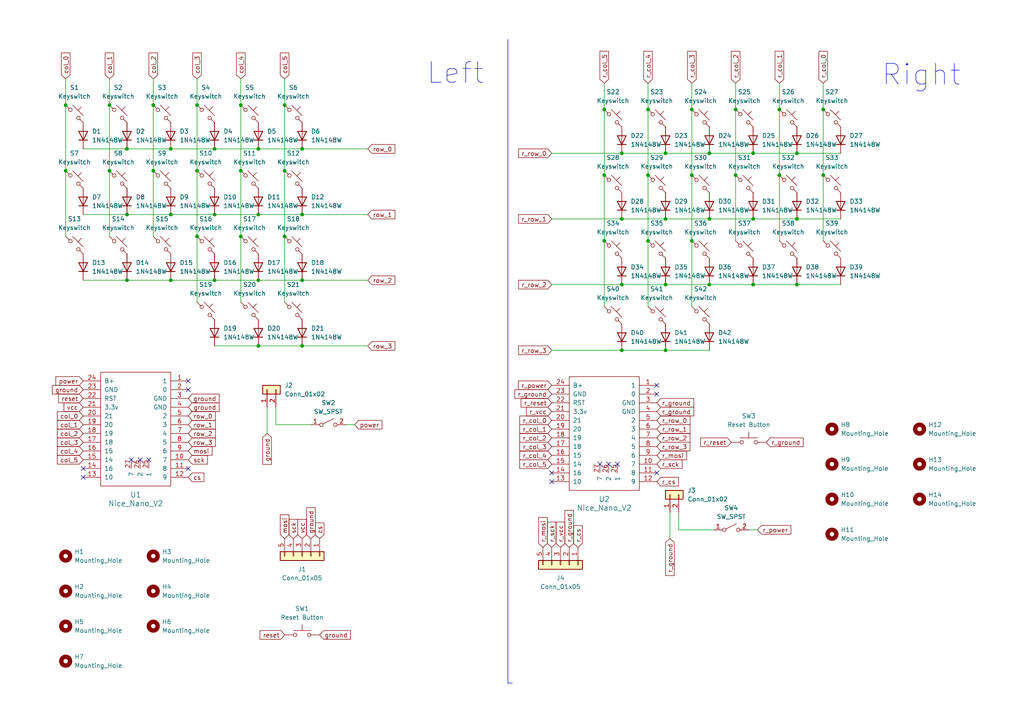
<source format=kicad_sch>
(kicad_sch (version 20231120) (generator "eeschema") (generator_version "8.0")
  (paper "A4")
  (title_block (title "Corne Chocolate Wireless") (date "2024-10-10") (rev "0"))
  (junction (at 74.93 62.23))
  (junction (at 49.53 43.18))
  (junction (at 69.85 49.53))
  (junction (at 74.93 43.18))
  (junction (at 36.83 43.18))
  (junction (at 213.36 31.75))
  (junction (at 62.23 81.28))
  (junction (at 57.15 68.58))
  (junction (at 57.15 30.48))
  (junction (at 82.55 68.58))
  (junction (at 231.14 63.5))
  (junction (at 87.63 81.28))
  (junction (at 226.06 31.75))
  (junction (at 193.04 82.55))
  (junction (at 175.26 31.75))
  (junction (at 87.63 43.18))
  (junction (at 36.83 62.23))
  (junction (at 69.85 68.58))
  (junction (at 238.76 50.8))
  (junction (at 218.44 44.45))
  (junction (at 49.53 62.23))
  (junction (at 205.74 63.5))
  (junction (at 87.63 62.23))
  (junction (at 200.66 50.8))
  (junction (at 231.14 44.45))
  (junction (at 226.06 50.8))
  (junction (at 218.44 82.55))
  (junction (at 238.76 31.75))
  (junction (at 74.93 81.28))
  (junction (at 69.85 30.48))
  (junction (at 231.14 82.55))
  (junction (at 19.05 30.48))
  (junction (at 82.55 49.53))
  (junction (at 200.66 69.85))
  (junction (at 44.45 49.53))
  (junction (at 74.93 100.33))
  (junction (at 193.04 63.5))
  (junction (at 180.34 63.5))
  (junction (at 180.34 101.6))
  (junction (at 213.36 50.8))
  (junction (at 82.55 30.48))
  (junction (at 175.26 69.85))
  (junction (at 180.34 82.55))
  (junction (at 187.96 31.75))
  (junction (at 193.04 101.6))
  (junction (at 205.74 44.45))
  (junction (at 31.75 49.53))
  (junction (at 44.45 30.48))
  (junction (at 187.96 50.8))
  (junction (at 175.26 50.8))
  (junction (at 87.63 100.33))
  (junction (at 19.05 49.53))
  (junction (at 205.74 82.55))
  (junction (at 49.53 81.28))
  (junction (at 218.44 63.5))
  (junction (at 31.75 30.48))
  (junction (at 57.15 49.53))
  (junction (at 180.34 44.45))
  (junction (at 36.83 81.28))
  (junction (at 62.23 62.23))
  (junction (at 62.23 43.18))
  (junction (at 200.66 31.75))
  (junction (at 193.04 44.45))
  (junction (at 187.96 69.85))
  (no_connect (at 160.02 137.16))
  (no_connect (at 54.61 135.89))
  (no_connect (at 54.61 113.03))
  (no_connect (at 24.13 135.89))
  (no_connect (at 40.64 133.35))
  (no_connect (at 190.5 111.76))
  (no_connect (at 176.53 134.62))
  (no_connect (at 173.99 134.62))
  (no_connect (at 43.18 133.35))
  (no_connect (at 54.61 110.49))
  (no_connect (at 179.07 134.62))
  (no_connect (at 190.5 137.16))
  (no_connect (at 38.1 133.35))
  (no_connect (at 160.02 139.7))
  (no_connect (at 24.13 138.43))
  (no_connect (at 190.5 114.3))
  (wire (pts (xy 205.74 63.5) (xy 218.44 63.5)))
  (wire (pts (xy 82.55 22.86) (xy 82.55 30.48)))
  (wire (pts (xy 231.14 82.55) (xy 243.84 82.55)))
  (wire (pts (xy 196.85 153.67) (xy 207.01 153.67)))
  (wire (pts (xy 62.23 62.23) (xy 74.93 62.23)))
  (wire (pts (xy 19.05 30.48) (xy 19.05 49.53)))
  (wire (pts (xy 44.45 22.86) (xy 44.45 30.48)))
  (wire (pts (xy 193.04 101.6) (xy 205.74 101.6)))
  (wire (pts (xy 200.66 24.13) (xy 200.66 31.75)))
  (wire (pts (xy 194.31 156.21) (xy 194.31 148.59)))
  (wire (pts (xy 193.04 63.5) (xy 205.74 63.5)))
  (wire (pts (xy 82.55 30.48) (xy 82.55 49.53)))
  (wire (pts (xy 57.15 68.58) (xy 57.15 87.63)))
  (wire (pts (xy 36.83 43.18) (xy 49.53 43.18)))
  (wire (pts (xy 49.53 81.28) (xy 62.23 81.28)))
  (wire (pts (xy 180.34 63.5) (xy 193.04 63.5)))
  (wire (pts (xy 160.02 63.5) (xy 180.34 63.5)))
  (wire (pts (xy 80.01 118.11) (xy 80.01 123.19)))
  (wire (pts (xy 102.87 123.19) (xy 100.33 123.19)))
  (wire (pts (xy 187.96 50.8) (xy 187.96 69.85)))
  (wire (pts (xy 106.68 100.33) (xy 87.63 100.33)))
  (wire (pts (xy 160.02 82.55) (xy 180.34 82.55)))
  (wire (pts (xy 57.15 30.48) (xy 57.15 49.53)))
  (wire (pts (xy 200.66 50.8) (xy 200.66 69.85)))
  (wire (pts (xy 231.14 44.45) (xy 243.84 44.45)))
  (wire (pts (xy 187.96 31.75) (xy 187.96 50.8)))
  (wire (pts (xy 44.45 49.53) (xy 44.45 68.58)))
  (wire (pts (xy 24.13 43.18) (xy 36.83 43.18)))
  (wire (pts (xy 44.45 30.48) (xy 44.45 49.53)))
  (wire (pts (xy 49.53 43.18) (xy 62.23 43.18)))
  (wire (pts (xy 180.34 44.45) (xy 193.04 44.45)))
  (wire (pts (xy 213.36 31.75) (xy 213.36 50.8)))
  (wire (pts (xy 62.23 81.28) (xy 74.93 81.28)))
  (wire (pts (xy 87.63 43.18) (xy 106.68 43.18)))
  (wire (pts (xy 193.04 44.45) (xy 205.74 44.45)))
  (wire (pts (xy 180.34 82.55) (xy 193.04 82.55)))
  (wire (pts (xy 226.06 31.75) (xy 226.06 50.8)))
  (wire (pts (xy 238.76 31.75) (xy 238.76 50.8)))
  (wire (pts (xy 69.85 68.58) (xy 69.85 87.63)))
  (wire (pts (xy 205.74 82.55) (xy 218.44 82.55)))
  (wire (pts (xy 74.93 100.33) (xy 87.63 100.33)))
  (wire (pts (xy 226.06 24.13) (xy 226.06 31.75)))
  (wire (pts (xy 205.74 44.45) (xy 218.44 44.45)))
  (wire (pts (xy 193.04 82.55) (xy 205.74 82.55)))
  (wire (pts (xy 187.96 24.13) (xy 187.96 31.75)))
  (wire (pts (xy 226.06 50.8) (xy 226.06 69.85)))
  (wire (pts (xy 218.44 63.5) (xy 231.14 63.5)))
  (wire (pts (xy 69.85 22.86) (xy 69.85 30.48)))
  (wire (pts (xy 82.55 49.53) (xy 82.55 68.58)))
  (wire (pts (xy 82.55 68.58) (xy 82.55 87.63)))
  (wire (pts (xy 87.63 81.28) (xy 106.68 81.28)))
  (wire (pts (xy 175.26 24.13) (xy 175.26 31.75)))
  (wire (pts (xy 200.66 31.75) (xy 200.66 50.8)))
  (wire (pts (xy 160.02 101.6) (xy 180.34 101.6)))
  (wire (pts (xy 31.75 30.48) (xy 31.75 49.53)))
  (wire (pts (xy 175.26 31.75) (xy 175.26 50.8)))
  (wire (pts (xy 160.02 44.45) (xy 180.34 44.45)))
  (wire (pts (xy 36.83 62.23) (xy 49.53 62.23)))
  (polyline (pts (xy 147.32 198.12) (xy 148.59 198.12)))
  (wire (pts (xy 87.63 62.23) (xy 106.68 62.23)))
  (wire (pts (xy 31.75 22.86) (xy 31.75 30.48)))
  (wire (pts (xy 196.85 148.59) (xy 196.85 153.67)))
  (wire (pts (xy 36.83 81.28) (xy 49.53 81.28)))
  (wire (pts (xy 200.66 69.85) (xy 200.66 88.9)))
  (wire (pts (xy 24.13 81.28) (xy 36.83 81.28)))
  (wire (pts (xy 213.36 24.13) (xy 213.36 31.75)))
  (wire (pts (xy 180.34 101.6) (xy 193.04 101.6)))
  (wire (pts (xy 74.93 81.28) (xy 87.63 81.28)))
  (wire (pts (xy 218.44 44.45) (xy 231.14 44.45)))
  (wire (pts (xy 69.85 30.48) (xy 69.85 49.53)))
  (wire (pts (xy 62.23 100.33) (xy 74.93 100.33)))
  (wire (pts (xy 218.44 82.55) (xy 231.14 82.55)))
  (wire (pts (xy 77.47 125.73) (xy 77.47 118.11)))
  (wire (pts (xy 49.53 62.23) (xy 62.23 62.23)))
  (wire (pts (xy 69.85 49.53) (xy 69.85 68.58)))
  (wire (pts (xy 19.05 22.86) (xy 19.05 30.48)))
  (polyline (pts (xy 147.32 11.43) (xy 147.32 198.12)))
  (wire (pts (xy 74.93 62.23) (xy 87.63 62.23)))
  (wire (pts (xy 238.76 50.8) (xy 238.76 69.85)))
  (wire (pts (xy 187.96 69.85) (xy 187.96 88.9)))
  (wire (pts (xy 219.71 153.67) (xy 217.17 153.67)))
  (wire (pts (xy 175.26 50.8) (xy 175.26 69.85)))
  (wire (pts (xy 24.13 62.23) (xy 36.83 62.23)))
  (wire (pts (xy 80.01 123.19) (xy 90.17 123.19)))
  (wire (pts (xy 238.76 24.13) (xy 238.76 31.75)))
  (wire (pts (xy 62.23 43.18) (xy 74.93 43.18)))
  (wire (pts (xy 57.15 22.86) (xy 57.15 30.48)))
  (wire (pts (xy 213.36 50.8) (xy 213.36 69.85)))
  (wire (pts (xy 57.15 49.53) (xy 57.15 68.58)))
  (wire (pts (xy 231.14 63.5) (xy 243.84 63.5)))
  (wire (pts (xy 31.75 49.53) (xy 31.75 68.58)))
  (wire (pts (xy 175.26 69.85) (xy 175.26 88.9)))
  (wire (pts (xy 19.05 49.53) (xy 19.05 68.58)))
  (wire (pts (xy 74.93 43.18) (xy 87.63 43.18)))
  (text "Right" (at 267.208 21.844 0) (effects (font (size 6 6))))
  (text "Left" (at 132.08 21.336 0) (effects (font (size 6 6))))
  (global_label "row_0" (shape input) (at 106.68 43.18 0) (property "Intersheetrefs" "${INTERSHEET_REFS}" (effects (hide yes))))
  (global_label "r_col_3" (shape input) (at 160.02 129.54 180) (property "Intersheetrefs" "${INTERSHEET_REFS}" (effects (hide yes))))
  (global_label "ground" (shape input) (at 54.61 115.57 0) (property "Intersheetrefs" "${INTERSHEET_REFS}" (effects (hide yes))))
  (global_label "ground" (shape input) (at 77.47 125.73 270) (property "Intersheetrefs" "${INTERSHEET_REFS}" (effects (hide yes))))
  (global_label "r_power" (shape input) (at 160.02 111.76 180) (property "Intersheetrefs" "${INTERSHEET_REFS}" (effects (hide yes))))
  (global_label "col_5" (shape input) (at 24.13 133.35 180) (property "Intersheetrefs" "${INTERSHEET_REFS}" (effects (hide yes))))
  (global_label "ground" (shape input) (at 54.61 118.11 0) (property "Intersheetrefs" "${INTERSHEET_REFS}" (effects (hide yes))))
  (global_label "r_sck" (shape input) (at 160.02 158.75 90) (property "Intersheetrefs" "${INTERSHEET_REFS}" (effects (hide yes))))
  (global_label "col_1" (shape input) (at 31.75 22.86 90) (property "Intersheetrefs" "${INTERSHEET_REFS}" (effects (hide yes))))
  (global_label "r_reset" (shape input) (at 212.09 128.27 180) (property "Intersheetrefs" "${INTERSHEET_REFS}" (effects (hide yes))))
  (global_label "r_ground" (shape input) (at 222.25 128.27 0) (property "Intersheetrefs" "${INTERSHEET_REFS}" (effects (hide yes))))
  (global_label "cs" (shape input) (at 54.61 138.43 0) (property "Intersheetrefs" "${INTERSHEET_REFS}" (effects (hide yes))))
  (global_label "sck" (shape input) (at 85.09 156.21 90) (property "Intersheetrefs" "${INTERSHEET_REFS}" (effects (hide yes))))
  (global_label "r_ground" (shape input) (at 165.1 158.75 90) (property "Intersheetrefs" "${INTERSHEET_REFS}" (effects (hide yes))))
  (global_label "r_power" (shape input) (at 219.71 153.67 0) (property "Intersheetrefs" "${INTERSHEET_REFS}" (effects (hide yes))))
  (global_label "row_0" (shape input) (at 54.61 120.65 0) (property "Intersheetrefs" "${INTERSHEET_REFS}" (effects (hide yes))))
  (global_label "r_col_1" (shape input) (at 160.02 124.46 180) (property "Intersheetrefs" "${INTERSHEET_REFS}" (effects (hide yes))))
  (global_label "r_reset" (shape input) (at 160.02 116.84 180) (property "Intersheetrefs" "${INTERSHEET_REFS}" (effects (hide yes))))
  (global_label "vcc" (shape input) (at 87.63 156.21 90) (property "Intersheetrefs" "${INTERSHEET_REFS}" (effects (hide yes))))
  (global_label "r_row_2" (shape input) (at 160.02 82.55 180) (property "Intersheetrefs" "${INTERSHEET_REFS}" (effects (hide yes))))
  (global_label "row_2" (shape input) (at 106.68 81.28 0) (property "Intersheetrefs" "${INTERSHEET_REFS}" (effects (hide yes))))
  (global_label "r_row_1" (shape input) (at 190.5 124.46 0) (property "Intersheetrefs" "${INTERSHEET_REFS}" (effects (hide yes))))
  (global_label "reset" (shape input) (at 24.13 115.57 180) (property "Intersheetrefs" "${INTERSHEET_REFS}" (effects (hide yes))))
  (global_label "col_4" (shape input) (at 69.85 22.86 90) (property "Intersheetrefs" "${INTERSHEET_REFS}" (effects (hide yes))))
  (global_label "r_ground" (shape input) (at 190.5 116.84 0) (property "Intersheetrefs" "${INTERSHEET_REFS}" (effects (hide yes))))
  (global_label "r_col_3" (shape input) (at 200.66 24.13 90) (property "Intersheetrefs" "${INTERSHEET_REFS}" (effects (hide yes))))
  (global_label "r_row_0" (shape input) (at 190.5 121.92 0) (property "Intersheetrefs" "${INTERSHEET_REFS}" (effects (hide yes))))
  (global_label "r_ground" (shape input) (at 160.02 114.3 180) (property "Intersheetrefs" "${INTERSHEET_REFS}" (effects (hide yes))))
  (global_label "col_3" (shape input) (at 24.13 128.27 180) (property "Intersheetrefs" "${INTERSHEET_REFS}" (effects (hide yes))))
  (global_label "col_4" (shape input) (at 24.13 130.81 180) (property "Intersheetrefs" "${INTERSHEET_REFS}" (effects (hide yes))))
  (global_label "col_0" (shape input) (at 24.13 120.65 180) (property "Intersheetrefs" "${INTERSHEET_REFS}" (effects (hide yes))))
  (global_label "cs" (shape input) (at 92.71 156.21 90) (property "Intersheetrefs" "${INTERSHEET_REFS}" (effects (hide yes))))
  (global_label "col_2" (shape input) (at 44.45 22.86 90) (property "Intersheetrefs" "${INTERSHEET_REFS}" (effects (hide yes))))
  (global_label "col_5" (shape input) (at 82.55 22.86 90) (property "Intersheetrefs" "${INTERSHEET_REFS}" (effects (hide yes))))
  (global_label "r_col_5" (shape input) (at 175.26 24.13 90) (property "Intersheetrefs" "${INTERSHEET_REFS}" (effects (hide yes))))
  (global_label "r_col_4" (shape input) (at 187.96 24.13 90) (property "Intersheetrefs" "${INTERSHEET_REFS}" (effects (hide yes))))
  (global_label "r_row_1" (shape input) (at 160.02 63.5 180) (property "Intersheetrefs" "${INTERSHEET_REFS}" (effects (hide yes))))
  (global_label "row_1" (shape input) (at 54.61 123.19 0) (property "Intersheetrefs" "${INTERSHEET_REFS}" (effects (hide yes))))
  (global_label "mosi" (shape input) (at 54.61 130.81 0) (property "Intersheetrefs" "${INTERSHEET_REFS}" (effects (hide yes))))
  (global_label "row_3" (shape input) (at 106.68 100.33 0) (property "Intersheetrefs" "${INTERSHEET_REFS}" (effects (hide yes))))
  (global_label "r_col_2" (shape input) (at 213.36 24.13 90) (property "Intersheetrefs" "${INTERSHEET_REFS}" (effects (hide yes))))
  (global_label "r_col_1" (shape input) (at 226.06 24.13 90) (property "Intersheetrefs" "${INTERSHEET_REFS}" (effects (hide yes))))
  (global_label "col_0" (shape input) (at 19.05 22.86 90) (property "Intersheetrefs" "${INTERSHEET_REFS}" (effects (hide yes))))
  (global_label "col_2" (shape input) (at 24.13 125.73 180) (property "Intersheetrefs" "${INTERSHEET_REFS}" (effects (hide yes))))
  (global_label "r_mosi" (shape input) (at 157.48 158.75 90) (property "Intersheetrefs" "${INTERSHEET_REFS}" (effects (hide yes))))
  (global_label "reset" (shape input) (at 82.55 184.15 180) (property "Intersheetrefs" "${INTERSHEET_REFS}" (effects (hide yes))))
  (global_label "sck" (shape input) (at 54.61 133.35 0) (property "Intersheetrefs" "${INTERSHEET_REFS}" (effects (hide yes))))
  (global_label "r_col_4" (shape input) (at 160.02 132.08 180) (property "Intersheetrefs" "${INTERSHEET_REFS}" (effects (hide yes))))
  (global_label "r_ground" (shape input) (at 190.5 119.38 0) (property "Intersheetrefs" "${INTERSHEET_REFS}" (effects (hide yes))))
  (global_label "power" (shape input) (at 24.13 110.49 180) (property "Intersheetrefs" "${INTERSHEET_REFS}" (effects (hide yes))))
  (global_label "r_mosi" (shape input) (at 190.5 132.08 0) (property "Intersheetrefs" "${INTERSHEET_REFS}" (effects (hide yes))))
  (global_label "row_1" (shape input) (at 106.68 62.23 0) (property "Intersheetrefs" "${INTERSHEET_REFS}" (effects (hide yes))))
  (global_label "r_col_0" (shape input) (at 238.76 24.13 90) (property "Intersheetrefs" "${INTERSHEET_REFS}" (effects (hide yes))))
  (global_label "vcc" (shape input) (at 24.13 118.11 180) (property "Intersheetrefs" "${INTERSHEET_REFS}" (effects (hide yes))))
  (global_label "col_1" (shape input) (at 24.13 123.19 180) (property "Intersheetrefs" "${INTERSHEET_REFS}" (effects (hide yes))))
  (global_label "power" (shape input) (at 102.87 123.19 0) (property "Intersheetrefs" "${INTERSHEET_REFS}" (effects (hide yes))))
  (global_label "r_row_3" (shape input) (at 160.02 101.6 180) (property "Intersheetrefs" "${INTERSHEET_REFS}" (effects (hide yes))))
  (global_label "r_cs" (shape input) (at 190.5 139.7 0) (property "Intersheetrefs" "${INTERSHEET_REFS}" (effects (hide yes))))
  (global_label "r_cs" (shape input) (at 167.64 158.75 90) (property "Intersheetrefs" "${INTERSHEET_REFS}" (effects (hide yes))))
  (global_label "row_2" (shape input) (at 54.61 125.73 0) (property "Intersheetrefs" "${INTERSHEET_REFS}" (effects (hide yes))))
  (global_label "r_col_0" (shape input) (at 160.02 121.92 180) (property "Intersheetrefs" "${INTERSHEET_REFS}" (effects (hide yes))))
  (global_label "row_3" (shape input) (at 54.61 128.27 0) (property "Intersheetrefs" "${INTERSHEET_REFS}" (effects (hide yes))))
  (global_label "r_row_2" (shape input) (at 190.5 127 0) (property "Intersheetrefs" "${INTERSHEET_REFS}" (effects (hide yes))))
  (global_label "r_sck" (shape input) (at 190.5 134.62 0) (property "Intersheetrefs" "${INTERSHEET_REFS}" (effects (hide yes))))
  (global_label "ground" (shape input) (at 90.17 156.21 90) (property "Intersheetrefs" "${INTERSHEET_REFS}" (effects (hide yes))))
  (global_label "mosi" (shape input) (at 82.55 156.21 90) (property "Intersheetrefs" "${INTERSHEET_REFS}" (effects (hide yes))))
  (global_label "ground" (shape input) (at 24.13 113.03 180) (property "Intersheetrefs" "${INTERSHEET_REFS}" (effects (hide yes))))
  (global_label "col_3" (shape input) (at 57.15 22.86 90) (property "Intersheetrefs" "${INTERSHEET_REFS}" (effects (hide yes))))
  (global_label "r_row_0" (shape input) (at 160.02 44.45 180) (property "Intersheetrefs" "${INTERSHEET_REFS}" (effects (hide yes))))
  (global_label "r_row_3" (shape input) (at 190.5 129.54 0) (property "Intersheetrefs" "${INTERSHEET_REFS}" (effects (hide yes))))
  (global_label "ground" (shape input) (at 92.71 184.15 0) (property "Intersheetrefs" "${INTERSHEET_REFS}" (effects (hide yes))))
  (global_label "r_col_5" (shape input) (at 160.02 134.62 180) (property "Intersheetrefs" "${INTERSHEET_REFS}" (effects (hide yes))))
  (global_label "r_vcc" (shape input) (at 160.02 119.38 180) (property "Intersheetrefs" "${INTERSHEET_REFS}" (effects (hide yes))))
  (global_label "r_col_2" (shape input) (at 160.02 127 180) (property "Intersheetrefs" "${INTERSHEET_REFS}" (effects (hide yes))))
  (global_label "r_vcc" (shape input) (at 162.56 158.75 90) (property "Intersheetrefs" "${INTERSHEET_REFS}" (effects (hide yes))))
  (global_label "r_ground" (shape input) (at 194.31 156.21 270) (property "Intersheetrefs" "${INTERSHEET_REFS}" (effects (hide yes))))
  (symbol (lib_id "ScottoKeebs:Placeholder_Keyswitch") (at 59.69 71.12 0) (unit 1)
    (property "Reference" "S16" (at 59.69 63.5 0))
    (property "Value" "Keyswitch" (at 59.69 66.04 0))
    (property "Footprint" "ScottoKeebs_Hotswap:Hotswap_Choc_V1_1.00u" (effects (hide yes)))
    (property "Description" "Push button switch, normally open, two pins, 45° tilted" (effects (hide yes)))
  )
  (symbol (lib_id "ScottoKeebs:Placeholder_Keyswitch") (at 203.2 72.39 0) (unit 1)
    (property "Reference" "S36" (at 203.2 64.77 0))
    (property "Value" "Keyswitch" (at 203.2 67.31 0))
    (property "Footprint" "ScottoKeebs_Hotswap:Hotswap_Choc_V1_1.00u" (effects (hide yes)))
    (property "Description" "Push button switch, normally open, two pins, 45° tilted" (effects (hide yes)))
  )
  (symbol (lib_id "ScottoKeebs:Placeholder_Keyswitch") (at 190.5 72.39 0) (unit 1)
    (property "Reference" "S35" (at 190.5 64.77 0))
    (property "Value" "Keyswitch" (at 190.5 67.31 0))
    (property "Footprint" "ScottoKeebs_Hotswap:Hotswap_Choc_V1_1.00u" (effects (hide yes)))
    (property "Description" "Push button switch, normally open, two pins, 45° tilted" (effects (hide yes)))
  )
  (symbol (lib_id "Diode:1N4148W") (at 231.14 40.64 90) (unit 1)
    (property "Reference" "D26" (at 233.68 39.3699 90) (effects (justify right)))
    (property "Value" "1N4148W" (at 233.68 41.9099 90) (effects (justify right)))
    (property "Footprint" "Diode_SMD:D_SOD-123" (effects (hide yes)))
    (property "Datasheet" "https://www.vishay.com/docs/85748/1n4148w.pdf" (effects (hide yes)))
    (property "Description" "75V 0.15A Fast Switching Diode, SOD-123" (effects (hide yes)))
    (property "Sim.Device" "D" (effects (hide yes)))
    (property "Sim.Pins" "1=K 2=A" (effects (hide yes)))
  )
  (symbol (lib_id "ScottoKeebs:Placeholder_Keyswitch") (at 72.39 90.17 0) (unit 1)
    (property "Reference" "S20" (at 72.39 82.55 0))
    (property "Value" "Keyswitch" (at 72.39 85.09 0))
    (property "Footprint" "ScottoKeebs_Hotswap:Hotswap_Choc_V1_1.00u" (effects (hide yes)))
    (property "Description" "Push button switch, normally open, two pins, 45° tilted" (effects (hide yes)))
  )
  (symbol (lib_id "Diode:1N4148W") (at 87.63 77.47 90) (unit 1)
    (property "Reference" "D18" (at 90.17 76.1999 90) (effects (justify right)))
    (property "Value" "1N4148W" (at 90.17 78.7399 90) (effects (justify right)))
    (property "Footprint" "Diode_SMD:D_SOD-123" (effects (hide yes)))
    (property "Datasheet" "https://www.vishay.com/docs/85748/1n4148w.pdf" (effects (hide yes)))
    (property "Description" "75V 0.15A Fast Switching Diode, SOD-123" (effects (hide yes)))
    (property "Sim.Device" "D" (effects (hide yes)))
    (property "Sim.Pins" "1=K 2=A" (effects (hide yes)))
  )
  (symbol (lib_id "ScottoKeebs:Placeholder_Mounting_Hole") (at 266.7 124.46 0) (unit 1)
    (property "Reference" "H12" (at 269.24 123.1899 0) (effects (justify left)))
    (property "Value" "Mounting_Hole" (at 269.24 125.7299 0) (effects (justify left)))
    (property "Footprint" "MountingHole:MountingHole_2.2mm_M2_Pad" (effects (hide yes)))
    (property "Description" "Mounting Hole without connection" (effects (hide yes)))
  )
  (symbol (lib_id "Switch:SW_SPST") (at 95.25 123.19 0) (unit 1)
    (property "Reference" "SW2" (at 95.25 116.84 0))
    (property "Value" "SW_SPST" (at 95.25 119.38 0))
    (property "Footprint" "ScottoKeebs_Components:Switch_MSK12C02" (effects (hide yes)))
    (property "Description" "Single Pole Single Throw (SPST) switch" (effects (hide yes)))
  )
  (symbol (lib_id "Diode:1N4148W") (at 205.74 97.79 90) (unit 1)
    (property "Reference" "D42" (at 208.28 96.5199 90) (effects (justify right)))
    (property "Value" "1N4148W" (at 208.28 99.0599 90) (effects (justify right)))
    (property "Footprint" "Diode_SMD:D_SOD-123" (effects (hide yes)))
    (property "Datasheet" "https://www.vishay.com/docs/85748/1n4148w.pdf" (effects (hide yes)))
    (property "Description" "75V 0.15A Fast Switching Diode, SOD-123" (effects (hide yes)))
    (property "Sim.Device" "D" (effects (hide yes)))
    (property "Sim.Pins" "1=K 2=A" (effects (hide yes)))
  )
  (symbol (lib_id "Diode:1N4148W") (at 87.63 58.42 90) (unit 1)
    (property "Reference" "D12" (at 90.17 57.1499 90) (effects (justify right)))
    (property "Value" "1N4148W" (at 90.17 59.6899 90) (effects (justify right)))
    (property "Footprint" "Diode_SMD:D_SOD-123" (effects (hide yes)))
    (property "Datasheet" "https://www.vishay.com/docs/85748/1n4148w.pdf" (effects (hide yes)))
    (property "Description" "75V 0.15A Fast Switching Diode, SOD-123" (effects (hide yes)))
    (property "Sim.Device" "D" (effects (hide yes)))
    (property "Sim.Pins" "1=K 2=A" (effects (hide yes)))
  )
  (symbol (lib_id "Diode:1N4148W") (at 62.23 96.52 90) (unit 1)
    (property "Reference" "D19" (at 64.77 95.2499 90) (effects (justify right)))
    (property "Value" "1N4148W" (at 64.77 97.7899 90) (effects (justify right)))
    (property "Footprint" "Diode_SMD:D_SOD-123" (effects (hide yes)))
    (property "Datasheet" "https://www.vishay.com/docs/85748/1n4148w.pdf" (effects (hide yes)))
    (property "Description" "75V 0.15A Fast Switching Diode, SOD-123" (effects (hide yes)))
    (property "Sim.Device" "D" (effects (hide yes)))
    (property "Sim.Pins" "1=K 2=A" (effects (hide yes)))
  )
  (symbol (lib_id "ScottoKeebs:Placeholder_Mounting_Hole") (at 44.45 171.45 0) (unit 1)
    (property "Reference" "H4" (at 46.99 170.1799 0) (effects (justify left)))
    (property "Value" "Mounting_Hole" (at 46.99 172.7199 0) (effects (justify left)))
    (property "Footprint" "MountingHole:MountingHole_2.2mm_M2_Pad" (effects (hide yes)))
    (property "Description" "Mounting Hole without connection" (effects (hide yes)))
  )
  (symbol (lib_id "ScottoKeebs:Placeholder_Keyswitch") (at 85.09 90.17 0) (unit 1)
    (property "Reference" "S21" (at 85.09 82.55 0))
    (property "Value" "Keyswitch" (at 85.09 85.09 0))
    (property "Footprint" "ScottoKeebs_Hotswap:Hotswap_Choc_V1_1.50u" (effects (hide yes)))
    (property "Description" "Push button switch, normally open, two pins, 45° tilted" (effects (hide yes)))
  )
  (symbol (lib_id "Diode:1N4148W") (at 24.13 77.47 90) (unit 1)
    (property "Reference" "D13" (at 26.67 76.1999 90) (effects (justify right)))
    (property "Value" "1N4148W" (at 26.67 78.7399 90) (effects (justify right)))
    (property "Footprint" "Diode_SMD:D_SOD-123" (effects (hide yes)))
    (property "Datasheet" "https://www.vishay.com/docs/85748/1n4148w.pdf" (effects (hide yes)))
    (property "Description" "75V 0.15A Fast Switching Diode, SOD-123" (effects (hide yes)))
    (property "Sim.Device" "D" (effects (hide yes)))
    (property "Sim.Pins" "1=K 2=A" (effects (hide yes)))
  )
  (symbol (lib_id "Diode:1N4148W") (at 87.63 96.52 90) (unit 1)
    (property "Reference" "D21" (at 90.17 95.2499 90) (effects (justify right)))
    (property "Value" "1N4148W" (at 90.17 97.7899 90) (effects (justify right)))
    (property "Footprint" "Diode_SMD:D_SOD-123" (effects (hide yes)))
    (property "Datasheet" "https://www.vishay.com/docs/85748/1n4148w.pdf" (effects (hide yes)))
    (property "Description" "75V 0.15A Fast Switching Diode, SOD-123" (effects (hide yes)))
    (property "Sim.Device" "D" (effects (hide yes)))
    (property "Sim.Pins" "1=K 2=A" (effects (hide yes)))
  )
  (symbol (lib_id "ScottoKeebs:Placeholder_Keyswitch") (at 34.29 52.07 0) (unit 1)
    (property "Reference" "S8" (at 34.29 44.45 0))
    (property "Value" "Keyswitch" (at 34.29 46.99 0))
    (property "Footprint" "ScottoKeebs_Hotswap:Hotswap_Choc_V1_1.00u" (effects (hide yes)))
    (property "Description" "Push button switch, normally open, two pins, 45° tilted" (effects (hide yes)))
  )
  (symbol (lib_id "ScottoKeebs:Placeholder_Keyswitch") (at 215.9 72.39 0) (unit 1)
    (property "Reference" "S37" (at 215.9 64.77 0))
    (property "Value" "Keyswitch" (at 215.9 67.31 0))
    (property "Footprint" "ScottoKeebs_Hotswap:Hotswap_Choc_V1_1.00u" (effects (hide yes)))
    (property "Description" "Push button switch, normally open, two pins, 45° tilted" (effects (hide yes)))
  )
  (symbol (lib_id "ScottoKeebs:MCU_Nice_Nano_V2") (at 175.26 125.73 0) (mirror y) (unit 1)
    (property "Reference" "U2" (at 175.26 144.78 0) (effects (font (size 1.524 1.524))))
    (property "Value" "Nice_Nano_V2" (at 175.26 147.32 0) (effects (font (size 1.524 1.524))))
    (property "Footprint" "ScottoKeebs_MCU:Nice_Nano_V2" (effects (hide yes)))
  )
  (symbol (lib_id "ScottoKeebs:Placeholder_Mounting_Hole") (at 241.3 144.78 0) (unit 1)
    (property "Reference" "H10" (at 243.84 143.5099 0) (effects (justify left)))
    (property "Value" "Mounting_Hole" (at 243.84 146.0499 0) (effects (justify left)))
    (property "Footprint" "MountingHole:MountingHole_2.2mm_M2_Pad" (effects (hide yes)))
    (property "Description" "Mounting Hole without connection" (effects (hide yes)))
  )
  (symbol (lib_id "ScottoKeebs:Placeholder_Keyswitch") (at 85.09 33.02 0) (unit 1)
    (property "Reference" "S6" (at 85.09 25.4 0))
    (property "Value" "Keyswitch" (at 85.09 27.94 0))
    (property "Footprint" "ScottoKeebs_Hotswap:Hotswap_Choc_V1_1.00u" (effects (hide yes)))
    (property "Description" "Push button switch, normally open, two pins, 45° tilted" (effects (hide yes)))
  )
  (symbol (lib_id "ScottoKeebs:Placeholder_Keyswitch") (at 85.09 71.12 0) (unit 1)
    (property "Reference" "S18" (at 85.09 63.5 0))
    (property "Value" "Keyswitch" (at 85.09 66.04 0))
    (property "Footprint" "ScottoKeebs_Hotswap:Hotswap_Choc_V1_1.00u" (effects (hide yes)))
    (property "Description" "Push button switch, normally open, two pins, 45° tilted" (effects (hide yes)))
  )
  (symbol (lib_id "Diode:1N4148W") (at 62.23 39.37 90) (unit 1)
    (property "Reference" "D4" (at 64.77 38.0999 90) (effects (justify right)))
    (property "Value" "1N4148W" (at 64.77 40.6399 90) (effects (justify right)))
    (property "Footprint" "Diode_SMD:D_SOD-123" (effects (hide yes)))
    (property "Datasheet" "https://www.vishay.com/docs/85748/1n4148w.pdf" (effects (hide yes)))
    (property "Description" "75V 0.15A Fast Switching Diode, SOD-123" (effects (hide yes)))
    (property "Sim.Device" "D" (effects (hide yes)))
    (property "Sim.Pins" "1=K 2=A" (effects (hide yes)))
  )
  (symbol (lib_id "ScottoKeebs:Placeholder_Keyswitch") (at 34.29 71.12 0) (unit 1)
    (property "Reference" "S14" (at 34.29 63.5 0))
    (property "Value" "Keyswitch" (at 34.29 66.04 0))
    (property "Footprint" "ScottoKeebs_Hotswap:Hotswap_Choc_V1_1.00u" (effects (hide yes)))
    (property "Description" "Push button switch, normally open, two pins, 45° tilted" (effects (hide yes)))
  )
  (symbol (lib_id "Diode:1N4148W") (at 243.84 59.69 90) (unit 1)
    (property "Reference" "D33" (at 246.38 58.4199 90) (effects (justify right)))
    (property "Value" "1N4148W" (at 246.38 60.9599 90) (effects (justify right)))
    (property "Footprint" "Diode_SMD:D_SOD-123" (effects (hide yes)))
    (property "Datasheet" "https://www.vishay.com/docs/85748/1n4148w.pdf" (effects (hide yes)))
    (property "Description" "75V 0.15A Fast Switching Diode, SOD-123" (effects (hide yes)))
    (property "Sim.Device" "D" (effects (hide yes)))
    (property "Sim.Pins" "1=K 2=A" (effects (hide yes)))
  )
  (symbol (lib_id "ScottoKeebs:Placeholder_Keyswitch") (at 177.8 34.29 0) (unit 1)
    (property "Reference" "S22" (at 177.8 26.67 0))
    (property "Value" "Keyswitch" (at 177.8 29.21 0))
    (property "Footprint" "ScottoKeebs_Hotswap:Hotswap_Choc_V1_1.00u" (effects (hide yes)))
    (property "Description" "Push button switch, normally open, two pins, 45° tilted" (effects (hide yes)))
  )
  (symbol (lib_id "Switch:SW_Push") (at 217.17 128.27 0) (unit 1)
    (property "Reference" "SW3" (at 217.17 120.65 0))
    (property "Value" "Reset Button" (at 217.17 123.19 0))
    (property "Footprint" "ScottoKeebs_Components:Button_MJTP1243" (effects (hide yes)))
    (property "Description" "Push button switch, generic, two pins" (effects (hide yes)))
  )
  (symbol (lib_id "ScottoKeebs:Placeholder_Keyswitch") (at 72.39 71.12 0) (unit 1)
    (property "Reference" "S17" (at 72.39 63.5 0))
    (property "Value" "Keyswitch" (at 72.39 66.04 0))
    (property "Footprint" "ScottoKeebs_Hotswap:Hotswap_Choc_V1_1.00u" (effects (hide yes)))
    (property "Description" "Push button switch, normally open, two pins, 45° tilted" (effects (hide yes)))
  )
  (symbol (lib_id "ScottoKeebs:Placeholder_Keyswitch") (at 241.3 53.34 0) (unit 1)
    (property "Reference" "S33" (at 241.3 45.72 0))
    (property "Value" "Keyswitch" (at 241.3 48.26 0))
    (property "Footprint" "ScottoKeebs_Hotswap:Hotswap_Choc_V1_1.00u" (effects (hide yes)))
    (property "Description" "Push button switch, normally open, two pins, 45° tilted" (effects (hide yes)))
  )
  (symbol (lib_id "Diode:1N4148W") (at 24.13 39.37 90) (unit 1)
    (property "Reference" "D1" (at 26.67 38.0999 90) (effects (justify right)))
    (property "Value" "1N4148W" (at 26.67 40.6399 90) (effects (justify right)))
    (property "Footprint" "Diode_SMD:D_SOD-123" (effects (hide yes)))
    (property "Datasheet" "https://www.vishay.com/docs/85748/1n4148w.pdf" (effects (hide yes)))
    (property "Description" "75V 0.15A Fast Switching Diode, SOD-123" (effects (hide yes)))
    (property "Sim.Device" "D" (effects (hide yes)))
    (property "Sim.Pins" "1=K 2=A" (effects (hide yes)))
  )
  (symbol (lib_id "Diode:1N4148W") (at 180.34 97.79 90) (unit 1)
    (property "Reference" "D40" (at 182.88 96.5199 90) (effects (justify right)))
    (property "Value" "1N4148W" (at 182.88 99.0599 90) (effects (justify right)))
    (property "Footprint" "Diode_SMD:D_SOD-123" (effects (hide yes)))
    (property "Datasheet" "https://www.vishay.com/docs/85748/1n4148w.pdf" (effects (hide yes)))
    (property "Description" "75V 0.15A Fast Switching Diode, SOD-123" (effects (hide yes)))
    (property "Sim.Device" "D" (effects (hide yes)))
    (property "Sim.Pins" "1=K 2=A" (effects (hide yes)))
  )
  (symbol (lib_id "Diode:1N4148W") (at 62.23 77.47 90) (unit 1)
    (property "Reference" "D16" (at 64.77 76.1999 90) (effects (justify right)))
    (property "Value" "1N4148W" (at 64.77 78.7399 90) (effects (justify right)))
    (property "Footprint" "Diode_SMD:D_SOD-123" (effects (hide yes)))
    (property "Datasheet" "https://www.vishay.com/docs/85748/1n4148w.pdf" (effects (hide yes)))
    (property "Description" "75V 0.15A Fast Switching Diode, SOD-123" (effects (hide yes)))
    (property "Sim.Device" "D" (effects (hide yes)))
    (property "Sim.Pins" "1=K 2=A" (effects (hide yes)))
  )
  (symbol (lib_id "ScottoKeebs:Placeholder_Keyswitch") (at 228.6 34.29 0) (unit 1)
    (property "Reference" "S26" (at 228.6 26.67 0))
    (property "Value" "Keyswitch" (at 228.6 29.21 0))
    (property "Footprint" "ScottoKeebs_Hotswap:Hotswap_Choc_V1_1.00u" (effects (hide yes)))
    (property "Description" "Push button switch, normally open, two pins, 45° tilted" (effects (hide yes)))
  )
  (symbol (lib_id "ScottoKeebs:Placeholder_Mounting_Hole") (at 19.05 181.61 0) (unit 1)
    (property "Reference" "H5" (at 21.59 180.3399 0) (effects (justify left)))
    (property "Value" "Mounting_Hole" (at 21.59 182.8799 0) (effects (justify left)))
    (property "Footprint" "MountingHole:MountingHole_2.2mm_M2_Pad" (effects (hide yes)))
    (property "Description" "Mounting Hole without connection" (effects (hide yes)))
  )
  (symbol (lib_id "Diode:1N4148W") (at 36.83 77.47 90) (unit 1)
    (property "Reference" "D14" (at 39.37 76.1999 90) (effects (justify right)))
    (property "Value" "1N4148W" (at 39.37 78.7399 90) (effects (justify right)))
    (property "Footprint" "Diode_SMD:D_SOD-123" (effects (hide yes)))
    (property "Datasheet" "https://www.vishay.com/docs/85748/1n4148w.pdf" (effects (hide yes)))
    (property "Description" "75V 0.15A Fast Switching Diode, SOD-123" (effects (hide yes)))
    (property "Sim.Device" "D" (effects (hide yes)))
    (property "Sim.Pins" "1=K 2=A" (effects (hide yes)))
  )
  (symbol (lib_id "Diode:1N4148W") (at 180.34 78.74 90) (unit 1)
    (property "Reference" "D34" (at 182.88 77.4699 90) (effects (justify right)))
    (property "Value" "1N4148W" (at 182.88 80.0099 90) (effects (justify right)))
    (property "Footprint" "Diode_SMD:D_SOD-123" (effects (hide yes)))
    (property "Datasheet" "https://www.vishay.com/docs/85748/1n4148w.pdf" (effects (hide yes)))
    (property "Description" "75V 0.15A Fast Switching Diode, SOD-123" (effects (hide yes)))
    (property "Sim.Device" "D" (effects (hide yes)))
    (property "Sim.Pins" "1=K 2=A" (effects (hide yes)))
  )
  (symbol (lib_id "Diode:1N4148W") (at 74.93 39.37 90) (unit 1)
    (property "Reference" "D5" (at 77.47 38.0999 90) (effects (justify right)))
    (property "Value" "1N4148W" (at 77.47 40.6399 90) (effects (justify right)))
    (property "Footprint" "Diode_SMD:D_SOD-123" (effects (hide yes)))
    (property "Datasheet" "https://www.vishay.com/docs/85748/1n4148w.pdf" (effects (hide yes)))
    (property "Description" "75V 0.15A Fast Switching Diode, SOD-123" (effects (hide yes)))
    (property "Sim.Device" "D" (effects (hide yes)))
    (property "Sim.Pins" "1=K 2=A" (effects (hide yes)))
  )
  (symbol (lib_id "ScottoKeebs:Placeholder_Keyswitch") (at 59.69 33.02 0) (unit 1)
    (property "Reference" "S4" (at 59.69 25.4 0))
    (property "Value" "Keyswitch" (at 59.69 27.94 0))
    (property "Footprint" "ScottoKeebs_Hotswap:Hotswap_Choc_V1_1.00u" (effects (hide yes)))
    (property "Description" "Push button switch, normally open, two pins, 45° tilted" (effects (hide yes)))
  )
  (symbol (lib_id "Connector_Generic:Conn_01x02") (at 194.31 143.51 90) (unit 1)
    (property "Reference" "J3" (at 199.39 142.2399 90) (effects (justify right)))
    (property "Value" "Conn_01x02" (at 199.39 144.7799 90) (effects (justify right)))
    (property "Footprint" "Connector_JST:JST_PH_S2B-PH-K_1x02_P2.00mm_Horizontal" (effects (hide yes)))
    (property "Description" "Generic connector, single row, 01x02, script generated (kicad-library-utils/schlib/autogen/connector/)" (effects (hide yes)))
  )
  (symbol (lib_id "Diode:1N4148W") (at 49.53 39.37 90) (unit 1)
    (property "Reference" "D3" (at 52.07 38.0999 90) (effects (justify right)))
    (property "Value" "1N4148W" (at 52.07 40.6399 90) (effects (justify right)))
    (property "Footprint" "Diode_SMD:D_SOD-123" (effects (hide yes)))
    (property "Datasheet" "https://www.vishay.com/docs/85748/1n4148w.pdf" (effects (hide yes)))
    (property "Description" "75V 0.15A Fast Switching Diode, SOD-123" (effects (hide yes)))
    (property "Sim.Device" "D" (effects (hide yes)))
    (property "Sim.Pins" "1=K 2=A" (effects (hide yes)))
  )
  (symbol (lib_id "Diode:1N4148W") (at 193.04 40.64 90) (unit 1)
    (property "Reference" "D23" (at 195.58 39.3699 90) (effects (justify right)))
    (property "Value" "1N4148W" (at 195.58 41.9099 90) (effects (justify right)))
    (property "Footprint" "Diode_SMD:D_SOD-123" (effects (hide yes)))
    (property "Datasheet" "https://www.vishay.com/docs/85748/1n4148w.pdf" (effects (hide yes)))
    (property "Description" "75V 0.15A Fast Switching Diode, SOD-123" (effects (hide yes)))
    (property "Sim.Device" "D" (effects (hide yes)))
    (property "Sim.Pins" "1=K 2=A" (effects (hide yes)))
  )
  (symbol (lib_id "ScottoKeebs:Placeholder_Keyswitch") (at 72.39 52.07 0) (unit 1)
    (property "Reference" "S11" (at 72.39 44.45 0))
    (property "Value" "Keyswitch" (at 72.39 46.99 0))
    (property "Footprint" "ScottoKeebs_Hotswap:Hotswap_Choc_V1_1.00u" (effects (hide yes)))
    (property "Description" "Push button switch, normally open, two pins, 45° tilted" (effects (hide yes)))
  )
  (symbol (lib_id "ScottoKeebs:Placeholder_Mounting_Hole") (at 44.45 161.29 0) (unit 1)
    (property "Reference" "H3" (at 46.99 160.0199 0) (effects (justify left)))
    (property "Value" "Mounting_Hole" (at 46.99 162.5599 0) (effects (justify left)))
    (property "Footprint" "MountingHole:MountingHole_2.2mm_M2_Pad" (effects (hide yes)))
    (property "Description" "Mounting Hole without connection" (effects (hide yes)))
  )
  (symbol (lib_id "ScottoKeebs:Placeholder_Mounting_Hole") (at 19.05 191.77 0) (unit 1)
    (property "Reference" "H7" (at 21.59 190.4999 0) (effects (justify left)))
    (property "Value" "Mounting_Hole" (at 21.59 193.0399 0) (effects (justify left)))
    (property "Footprint" "MountingHole:MountingHole_2.2mm_M2_Pad" (effects (hide yes)))
    (property "Description" "Mounting Hole without connection" (effects (hide yes)))
  )
  (symbol (lib_id "Connector_Generic:Conn_01x05") (at 87.63 161.29 270) (unit 1)
    (property "Reference" "J1" (at 87.63 165.1 90))
    (property "Value" "Conn_01x05" (at 87.63 167.64 90))
    (property "Footprint" "Connector_PinHeader_2.54mm:PinHeader_1x05_P2.54mm_Vertical" (effects (hide yes)))
    (property "Description" "Generic connector, single row, 01x05, script generated (kicad-library-utils/schlib/autogen/connector/)" (effects (hide yes)))
  )
  (symbol (lib_id "ScottoKeebs:Placeholder_Keyswitch") (at 215.9 34.29 0) (unit 1)
    (property "Reference" "S25" (at 215.9 26.67 0))
    (property "Value" "Keyswitch" (at 215.9 29.21 0))
    (property "Footprint" "ScottoKeebs_Hotswap:Hotswap_Choc_V1_1.00u" (effects (hide yes)))
    (property "Description" "Push button switch, normally open, two pins, 45° tilted" (effects (hide yes)))
  )
  (symbol (lib_id "Connector_Generic:Conn_01x02") (at 77.47 113.03 90) (unit 1)
    (property "Reference" "J2" (at 82.55 111.7599 90) (effects (justify right)))
    (property "Value" "Conn_01x02" (at 82.55 114.2999 90) (effects (justify right)))
    (property "Footprint" "Connector_JST:JST_PH_S2B-PH-K_1x02_P2.00mm_Horizontal" (effects (hide yes)))
    (property "Description" "Generic connector, single row, 01x02, script generated (kicad-library-utils/schlib/autogen/connector/)" (effects (hide yes)))
  )
  (symbol (lib_id "Diode:1N4148W") (at 205.74 78.74 90) (unit 1)
    (property "Reference" "D36" (at 208.28 77.4699 90) (effects (justify right)))
    (property "Value" "1N4148W" (at 208.28 80.0099 90) (effects (justify right)))
    (property "Footprint" "Diode_SMD:D_SOD-123" (effects (hide yes)))
    (property "Datasheet" "https://www.vishay.com/docs/85748/1n4148w.pdf" (effects (hide yes)))
    (property "Description" "75V 0.15A Fast Switching Diode, SOD-123" (effects (hide yes)))
    (property "Sim.Device" "D" (effects (hide yes)))
    (property "Sim.Pins" "1=K 2=A" (effects (hide yes)))
  )
  (symbol (lib_id "ScottoKeebs:Placeholder_Keyswitch") (at 203.2 34.29 0) (unit 1)
    (property "Reference" "S24" (at 203.2 26.67 0))
    (property "Value" "Keyswitch" (at 203.2 29.21 0))
    (property "Footprint" "ScottoKeebs_Hotswap:Hotswap_Choc_V1_1.00u" (effects (hide yes)))
    (property "Description" "Push button switch, normally open, two pins, 45° tilted" (effects (hide yes)))
  )
  (symbol (lib_id "ScottoKeebs:Placeholder_Keyswitch") (at 34.29 33.02 0) (unit 1)
    (property "Reference" "S2" (at 34.29 25.4 0))
    (property "Value" "Keyswitch" (at 34.29 27.94 0))
    (property "Footprint" "ScottoKeebs_Hotswap:Hotswap_Choc_V1_1.00u" (effects (hide yes)))
    (property "Description" "Push button switch, normally open, two pins, 45° tilted" (effects (hide yes)))
  )
  (symbol (lib_id "Diode:1N4148W") (at 74.93 96.52 90) (unit 1)
    (property "Reference" "D20" (at 77.47 95.2499 90) (effects (justify right)))
    (property "Value" "1N4148W" (at 77.47 97.7899 90) (effects (justify right)))
    (property "Footprint" "Diode_SMD:D_SOD-123" (effects (hide yes)))
    (property "Datasheet" "https://www.vishay.com/docs/85748/1n4148w.pdf" (effects (hide yes)))
    (property "Description" "75V 0.15A Fast Switching Diode, SOD-123" (effects (hide yes)))
    (property "Sim.Device" "D" (effects (hide yes)))
    (property "Sim.Pins" "1=K 2=A" (effects (hide yes)))
  )
  (symbol (lib_id "Diode:1N4148W") (at 62.23 58.42 90) (unit 1)
    (property "Reference" "D10" (at 64.77 57.1499 90) (effects (justify right)))
    (property "Value" "1N4148W" (at 64.77 59.6899 90) (effects (justify right)))
    (property "Footprint" "Diode_SMD:D_SOD-123" (effects (hide yes)))
    (property "Datasheet" "https://www.vishay.com/docs/85748/1n4148w.pdf" (effects (hide yes)))
    (property "Description" "75V 0.15A Fast Switching Diode, SOD-123" (effects (hide yes)))
    (property "Sim.Device" "D" (effects (hide yes)))
    (property "Sim.Pins" "1=K 2=A" (effects (hide yes)))
  )
  (symbol (lib_id "Diode:1N4148W") (at 87.63 39.37 90) (unit 1)
    (property "Reference" "D6" (at 90.17 38.0999 90) (effects (justify right)))
    (property "Value" "1N4148W" (at 90.17 40.6399 90) (effects (justify right)))
    (property "Footprint" "Diode_SMD:D_SOD-123" (effects (hide yes)))
    (property "Datasheet" "https://www.vishay.com/docs/85748/1n4148w.pdf" (effects (hide yes)))
    (property "Description" "75V 0.15A Fast Switching Diode, SOD-123" (effects (hide yes)))
    (property "Sim.Device" "D" (effects (hide yes)))
    (property "Sim.Pins" "1=K 2=A" (effects (hide yes)))
  )
  (symbol (lib_id "ScottoKeebs:Placeholder_Mounting_Hole") (at 241.3 154.94 0) (unit 1)
    (property "Reference" "H11" (at 243.84 153.6699 0) (effects (justify left)))
    (property "Value" "Mounting_Hole" (at 243.84 156.2099 0) (effects (justify left)))
    (property "Footprint" "MountingHole:MountingHole_2.2mm_M2_Pad" (effects (hide yes)))
    (property "Description" "Mounting Hole without connection" (effects (hide yes)))
  )
  (symbol (lib_id "ScottoKeebs:Placeholder_Keyswitch") (at 203.2 91.44 0) (unit 1)
    (property "Reference" "S42" (at 203.2 83.82 0))
    (property "Value" "Keyswitch" (at 203.2 86.36 0))
    (property "Footprint" "ScottoKeebs_Hotswap:Hotswap_Choc_V1_1.00u" (effects (hide yes)))
    (property "Description" "Push button switch, normally open, two pins, 45° tilted" (effects (hide yes)))
  )
  (symbol (lib_id "Diode:1N4148W") (at 74.93 58.42 90) (unit 1)
    (property "Reference" "D11" (at 77.47 57.1499 90) (effects (justify right)))
    (property "Value" "1N4148W" (at 77.47 59.6899 90) (effects (justify right)))
    (property "Footprint" "Diode_SMD:D_SOD-123" (effects (hide yes)))
    (property "Datasheet" "https://www.vishay.com/docs/85748/1n4148w.pdf" (effects (hide yes)))
    (property "Description" "75V 0.15A Fast Switching Diode, SOD-123" (effects (hide yes)))
    (property "Sim.Device" "D" (effects (hide yes)))
    (property "Sim.Pins" "1=K 2=A" (effects (hide yes)))
  )
  (symbol (lib_id "Diode:1N4148W") (at 49.53 77.47 90) (unit 1)
    (property "Reference" "D15" (at 52.07 76.1999 90) (effects (justify right)))
    (property "Value" "1N4148W" (at 52.07 78.7399 90) (effects (justify right)))
    (property "Footprint" "Diode_SMD:D_SOD-123" (effects (hide yes)))
    (property "Datasheet" "https://www.vishay.com/docs/85748/1n4148w.pdf" (effects (hide yes)))
    (property "Description" "75V 0.15A Fast Switching Diode, SOD-123" (effects (hide yes)))
    (property "Sim.Device" "D" (effects (hide yes)))
    (property "Sim.Pins" "1=K 2=A" (effects (hide yes)))
  )
  (symbol (lib_id "ScottoKeebs:Placeholder_Keyswitch") (at 241.3 34.29 0) (unit 1)
    (property "Reference" "S27" (at 241.3 26.67 0))
    (property "Value" "Keyswitch" (at 241.3 29.21 0))
    (property "Footprint" "ScottoKeebs_Hotswap:Hotswap_Choc_V1_1.00u" (effects (hide yes)))
    (property "Description" "Push button switch, normally open, two pins, 45° tilted" (effects (hide yes)))
  )
  (symbol (lib_id "Switch:SW_Push") (at 87.63 184.15 0) (unit 1)
    (property "Reference" "SW1" (at 87.63 176.53 0))
    (property "Value" "Reset Button" (at 87.63 179.07 0))
    (property "Footprint" "ScottoKeebs_Components:Button_MJTP1243" (effects (hide yes)))
    (property "Description" "Push button switch, generic, two pins" (effects (hide yes)))
  )
  (symbol (lib_id "ScottoKeebs:Placeholder_Keyswitch") (at 59.69 90.17 0) (unit 1)
    (property "Reference" "S19" (at 59.69 82.55 0))
    (property "Value" "Keyswitch" (at 59.69 85.09 0))
    (property "Footprint" "ScottoKeebs_Hotswap:Hotswap_Choc_V1_1.00u" (effects (hide yes)))
    (property "Description" "Push button switch, normally open, two pins, 45° tilted" (effects (hide yes)))
  )
  (symbol (lib_id "ScottoKeebs:Placeholder_Mounting_Hole") (at 241.3 134.62 0) (unit 1)
    (property "Reference" "H9" (at 243.84 133.3499 0) (effects (justify left)))
    (property "Value" "Mounting_Hole" (at 243.84 135.8899 0) (effects (justify left)))
    (property "Footprint" "MountingHole:MountingHole_2.2mm_M2_Pad" (effects (hide yes)))
    (property "Description" "Mounting Hole without connection" (effects (hide yes)))
  )
  (symbol (lib_id "ScottoKeebs:Placeholder_Keyswitch") (at 46.99 33.02 0) (unit 1)
    (property "Reference" "S3" (at 46.99 25.4 0))
    (property "Value" "Keyswitch" (at 46.99 27.94 0))
    (property "Footprint" "ScottoKeebs_Hotswap:Hotswap_Choc_V1_1.00u" (effects (hide yes)))
    (property "Description" "Push button switch, normally open, two pins, 45° tilted" (effects (hide yes)))
  )
  (symbol (lib_id "Diode:1N4148W") (at 74.93 77.47 90) (unit 1)
    (property "Reference" "D17" (at 77.47 76.1999 90) (effects (justify right)))
    (property "Value" "1N4148W" (at 77.47 78.7399 90) (effects (justify right)))
    (property "Footprint" "Diode_SMD:D_SOD-123" (effects (hide yes)))
    (property "Datasheet" "https://www.vishay.com/docs/85748/1n4148w.pdf" (effects (hide yes)))
    (property "Description" "75V 0.15A Fast Switching Diode, SOD-123" (effects (hide yes)))
    (property "Sim.Device" "D" (effects (hide yes)))
    (property "Sim.Pins" "1=K 2=A" (effects (hide yes)))
  )
  (symbol (lib_id "ScottoKeebs:Placeholder_Keyswitch") (at 215.9 53.34 0) (unit 1)
    (property "Reference" "S31" (at 215.9 45.72 0))
    (property "Value" "Keyswitch" (at 215.9 48.26 0))
    (property "Footprint" "ScottoKeebs_Hotswap:Hotswap_Choc_V1_1.00u" (effects (hide yes)))
    (property "Description" "Push button switch, normally open, two pins, 45° tilted" (effects (hide yes)))
  )
  (symbol (lib_id "ScottoKeebs:Placeholder_Keyswitch") (at 241.3 72.39 0) (unit 1)
    (property "Reference" "S39" (at 241.3 64.77 0))
    (property "Value" "Keyswitch" (at 241.3 67.31 0))
    (property "Footprint" "ScottoKeebs_Hotswap:Hotswap_Choc_V1_1.00u" (effects (hide yes)))
    (property "Description" "Push button switch, normally open, two pins, 45° tilted" (effects (hide yes)))
  )
  (symbol (lib_id "ScottoKeebs:Placeholder_Mounting_Hole") (at 266.7 134.62 0) (unit 1)
    (property "Reference" "H13" (at 269.24 133.3499 0) (effects (justify left)))
    (property "Value" "Mounting_Hole" (at 269.24 135.8899 0) (effects (justify left)))
    (property "Footprint" "MountingHole:MountingHole_2.2mm_M2_Pad" (effects (hide yes)))
    (property "Description" "Mounting Hole without connection" (effects (hide yes)))
  )
  (symbol (lib_id "ScottoKeebs:Placeholder_Keyswitch") (at 46.99 52.07 0) (unit 1)
    (property "Reference" "S9" (at 46.99 44.45 0))
    (property "Value" "Keyswitch" (at 46.99 46.99 0))
    (property "Footprint" "ScottoKeebs_Hotswap:Hotswap_Choc_V1_1.00u" (effects (hide yes)))
    (property "Description" "Push button switch, normally open, two pins, 45° tilted" (effects (hide yes)))
  )
  (symbol (lib_id "ScottoKeebs:Placeholder_Keyswitch") (at 21.59 71.12 0) (unit 1)
    (property "Reference" "S13" (at 21.59 63.5 0))
    (property "Value" "Keyswitch" (at 21.59 66.04 0))
    (property "Footprint" "ScottoKeebs_Hotswap:Hotswap_Choc_V1_1.00u" (effects (hide yes)))
    (property "Description" "Push button switch, normally open, two pins, 45° tilted" (effects (hide yes)))
  )
  (symbol (lib_id "ScottoKeebs:Placeholder_Mounting_Hole") (at 44.45 181.61 0) (unit 1)
    (property "Reference" "H6" (at 46.99 180.3399 0) (effects (justify left)))
    (property "Value" "Mounting_Hole" (at 46.99 182.8799 0) (effects (justify left)))
    (property "Footprint" "MountingHole:MountingHole_2.2mm_M2_Pad" (effects (hide yes)))
    (property "Description" "Mounting Hole without connection" (effects (hide yes)))
  )
  (symbol (lib_id "Connector_Generic:Conn_01x05") (at 162.56 163.83 270) (unit 1)
    (property "Reference" "J4" (at 162.56 167.64 90))
    (property "Value" "Conn_01x05" (at 162.56 170.18 90))
    (property "Footprint" "Connector_PinHeader_2.54mm:PinHeader_1x05_P2.54mm_Vertical" (effects (hide yes)))
    (property "Description" "Generic connector, single row, 01x05, script generated (kicad-library-utils/schlib/autogen/connector/)" (effects (hide yes)))
  )
  (symbol (lib_id "ScottoKeebs:Placeholder_Mounting_Hole") (at 19.05 161.29 0) (unit 1)
    (property "Reference" "H1" (at 21.59 160.0199 0) (effects (justify left)))
    (property "Value" "Mounting_Hole" (at 21.59 162.5599 0) (effects (justify left)))
    (property "Footprint" "MountingHole:MountingHole_2.2mm_M2_Pad" (effects (hide yes)))
    (property "Description" "Mounting Hole without connection" (effects (hide yes)))
  )
  (symbol (lib_id "ScottoKeebs:Placeholder_Keyswitch") (at 190.5 34.29 0) (unit 1)
    (property "Reference" "S23" (at 190.5 26.67 0))
    (property "Value" "Keyswitch" (at 190.5 29.21 0))
    (property "Footprint" "ScottoKeebs_Hotswap:Hotswap_Choc_V1_1.00u" (effects (hide yes)))
    (property "Description" "Push button switch, normally open, two pins, 45° tilted" (effects (hide yes)))
  )
  (symbol (lib_id "Switch:SW_SPST") (at 212.09 153.67 0) (unit 1)
    (property "Reference" "SW4" (at 212.09 147.32 0))
    (property "Value" "SW_SPST" (at 212.09 149.86 0))
    (property "Footprint" "ScottoKeebs_Components:Switch_MSK12C02" (effects (hide yes)))
    (property "Description" "Single Pole Single Throw (SPST) switch" (effects (hide yes)))
  )
  (symbol (lib_id "Diode:1N4148W") (at 24.13 58.42 90) (unit 1)
    (property "Reference" "D7" (at 26.67 57.1499 90) (effects (justify right)))
    (property "Value" "1N4148W" (at 26.67 59.6899 90) (effects (justify right)))
    (property "Footprint" "Diode_SMD:D_SOD-123" (effects (hide yes)))
    (property "Datasheet" "https://www.vishay.com/docs/85748/1n4148w.pdf" (effects (hide yes)))
    (property "Description" "75V 0.15A Fast Switching Diode, SOD-123" (effects (hide yes)))
    (property "Sim.Device" "D" (effects (hide yes)))
    (property "Sim.Pins" "1=K 2=A" (effects (hide yes)))
  )
  (symbol (lib_id "ScottoKeebs:Placeholder_Keyswitch") (at 190.5 91.44 0) (unit 1)
    (property "Reference" "S41" (at 190.5 83.82 0))
    (property "Value" "Keyswitch" (at 190.5 86.36 0))
    (property "Footprint" "ScottoKeebs_Hotswap:Hotswap_Choc_V1_1.00u" (effects (hide yes)))
    (property "Description" "Push button switch, normally open, two pins, 45° tilted" (effects (hide yes)))
  )
  (symbol (lib_id "ScottoKeebs:Placeholder_Keyswitch") (at 228.6 53.34 0) (unit 1)
    (property "Reference" "S32" (at 228.6 45.72 0))
    (property "Value" "Keyswitch" (at 228.6 48.26 0))
    (property "Footprint" "ScottoKeebs_Hotswap:Hotswap_Choc_V1_1.00u" (effects (hide yes)))
    (property "Description" "Push button switch, normally open, two pins, 45° tilted" (effects (hide yes)))
  )
  (symbol (lib_id "ScottoKeebs:Placeholder_Keyswitch") (at 46.99 71.12 0) (unit 1)
    (property "Reference" "S15" (at 46.99 63.5 0))
    (property "Value" "Keyswitch" (at 46.99 66.04 0))
    (property "Footprint" "ScottoKeebs_Hotswap:Hotswap_Choc_V1_1.00u" (effects (hide yes)))
    (property "Description" "Push button switch, normally open, two pins, 45° tilted" (effects (hide yes)))
  )
  (symbol (lib_id "ScottoKeebs:Placeholder_Keyswitch") (at 228.6 72.39 0) (unit 1)
    (property "Reference" "S38" (at 228.6 64.77 0))
    (property "Value" "Keyswitch" (at 228.6 67.31 0))
    (property "Footprint" "ScottoKeebs_Hotswap:Hotswap_Choc_V1_1.00u" (effects (hide yes)))
    (property "Description" "Push button switch, normally open, two pins, 45° tilted" (effects (hide yes)))
  )
  (symbol (lib_id "ScottoKeebs:Placeholder_Mounting_Hole") (at 266.7 144.78 0) (unit 1)
    (property "Reference" "H14" (at 269.24 143.5099 0) (effects (justify left)))
    (property "Value" "Mounting_Hole" (at 269.24 146.0499 0) (effects (justify left)))
    (property "Footprint" "MountingHole:MountingHole_2.2mm_M2_Pad" (effects (hide yes)))
    (property "Description" "Mounting Hole without connection" (effects (hide yes)))
  )
  (symbol (lib_id "Diode:1N4148W") (at 218.44 40.64 90) (unit 1)
    (property "Reference" "D25" (at 220.98 39.3699 90) (effects (justify right)))
    (property "Value" "1N4148W" (at 220.98 41.9099 90) (effects (justify right)))
    (property "Footprint" "Diode_SMD:D_SOD-123" (effects (hide yes)))
    (property "Datasheet" "https://www.vishay.com/docs/85748/1n4148w.pdf" (effects (hide yes)))
    (property "Description" "75V 0.15A Fast Switching Diode, SOD-123" (effects (hide yes)))
    (property "Sim.Device" "D" (effects (hide yes)))
    (property "Sim.Pins" "1=K 2=A" (effects (hide yes)))
  )
  (symbol (lib_id "ScottoKeebs:Placeholder_Keyswitch") (at 177.8 72.39 0) (unit 1)
    (property "Reference" "S34" (at 177.8 64.77 0))
    (property "Value" "Keyswitch" (at 177.8 67.31 0))
    (property "Footprint" "ScottoKeebs_Hotswap:Hotswap_Choc_V1_1.00u" (effects (hide yes)))
    (property "Description" "Push button switch, normally open, two pins, 45° tilted" (effects (hide yes)))
  )
  (symbol (lib_id "Diode:1N4148W") (at 243.84 40.64 90) (unit 1)
    (property "Reference" "D27" (at 246.38 39.3699 90) (effects (justify right)))
    (property "Value" "1N4148W" (at 246.38 41.9099 90) (effects (justify right)))
    (property "Footprint" "Diode_SMD:D_SOD-123" (effects (hide yes)))
    (property "Datasheet" "https://www.vishay.com/docs/85748/1n4148w.pdf" (effects (hide yes)))
    (property "Description" "75V 0.15A Fast Switching Diode, SOD-123" (effects (hide yes)))
    (property "Sim.Device" "D" (effects (hide yes)))
    (property "Sim.Pins" "1=K 2=A" (effects (hide yes)))
  )
  (symbol (lib_id "Diode:1N4148W") (at 36.83 58.42 90) (unit 1)
    (property "Reference" "D8" (at 39.37 57.1499 90) (effects (justify right)))
    (property "Value" "1N4148W" (at 39.37 59.6899 90) (effects (justify right)))
    (property "Footprint" "Diode_SMD:D_SOD-123" (effects (hide yes)))
    (property "Datasheet" "https://www.vishay.com/docs/85748/1n4148w.pdf" (effects (hide yes)))
    (property "Description" "75V 0.15A Fast Switching Diode, SOD-123" (effects (hide yes)))
    (property "Sim.Device" "D" (effects (hide yes)))
    (property "Sim.Pins" "1=K 2=A" (effects (hide yes)))
  )
  (symbol (lib_id "ScottoKeebs:Placeholder_Mounting_Hole") (at 19.05 171.45 0) (unit 1)
    (property "Reference" "H2" (at 21.59 170.1799 0) (effects (justify left)))
    (property "Value" "Mounting_Hole" (at 21.59 172.7199 0) (effects (justify left)))
    (property "Footprint" "MountingHole:MountingHole_2.2mm_M2_Pad" (effects (hide yes)))
    (property "Description" "Mounting Hole without connection" (effects (hide yes)))
  )
  (symbol (lib_id "Diode:1N4148W") (at 205.74 59.69 90) (unit 1)
    (property "Reference" "D30" (at 208.28 58.4199 90) (effects (justify right)))
    (property "Value" "1N4148W" (at 208.28 60.9599 90) (effects (justify right)))
    (property "Footprint" "Diode_SMD:D_SOD-123" (effects (hide yes)))
    (property "Datasheet" "https://www.vishay.com/docs/85748/1n4148w.pdf" (effects (hide yes)))
    (property "Description" "75V 0.15A Fast Switching Diode, SOD-123" (effects (hide yes)))
    (property "Sim.Device" "D" (effects (hide yes)))
    (property "Sim.Pins" "1=K 2=A" (effects (hide yes)))
  )
  (symbol (lib_id "Diode:1N4148W") (at 193.04 97.79 90) (unit 1)
    (property "Reference" "D41" (at 195.58 96.5199 90) (effects (justify right)))
    (property "Value" "1N4148W" (at 195.58 99.0599 90) (effects (justify right)))
    (property "Footprint" "Diode_SMD:D_SOD-123" (effects (hide yes)))
    (property "Datasheet" "https://www.vishay.com/docs/85748/1n4148w.pdf" (effects (hide yes)))
    (property "Description" "75V 0.15A Fast Switching Diode, SOD-123" (effects (hide yes)))
    (property "Sim.Device" "D" (effects (hide yes)))
    (property "Sim.Pins" "1=K 2=A" (effects (hide yes)))
  )
  (symbol (lib_id "ScottoKeebs:Placeholder_Mounting_Hole") (at 241.3 124.46 0) (unit 1)
    (property "Reference" "H8" (at 243.84 123.1899 0) (effects (justify left)))
    (property "Value" "Mounting_Hole" (at 243.84 125.7299 0) (effects (justify left)))
    (property "Footprint" "MountingHole:MountingHole_2.2mm_M2_Pad" (effects (hide yes)))
    (property "Description" "Mounting Hole without connection" (effects (hide yes)))
  )
  (symbol (lib_id "Diode:1N4148W") (at 193.04 78.74 90) (unit 1)
    (property "Reference" "D35" (at 195.58 77.4699 90) (effects (justify right)))
    (property "Value" "1N4148W" (at 195.58 80.0099 90) (effects (justify right)))
    (property "Footprint" "Diode_SMD:D_SOD-123" (effects (hide yes)))
    (property "Datasheet" "https://www.vishay.com/docs/85748/1n4148w.pdf" (effects (hide yes)))
    (property "Description" "75V 0.15A Fast Switching Diode, SOD-123" (effects (hide yes)))
    (property "Sim.Device" "D" (effects (hide yes)))
    (property "Sim.Pins" "1=K 2=A" (effects (hide yes)))
  )
  (symbol (lib_id "ScottoKeebs:MCU_Nice_Nano_V2") (at 39.37 124.46 0) (mirror y) (unit 1)
    (property "Reference" "U1" (at 39.37 143.51 0) (effects (font (size 1.524 1.524))))
    (property "Value" "Nice_Nano_V2" (at 39.37 146.05 0) (effects (font (size 1.524 1.524))))
    (property "Footprint" "ScottoKeebs_MCU:Nice_Nano_V2" (effects (hide yes)))
  )
  (symbol (lib_id "Diode:1N4148W") (at 36.83 39.37 90) (unit 1)
    (property "Reference" "D2" (at 39.37 38.0999 90) (effects (justify right)))
    (property "Value" "1N4148W" (at 39.37 40.6399 90) (effects (justify right)))
    (property "Footprint" "Diode_SMD:D_SOD-123" (effects (hide yes)))
    (property "Datasheet" "https://www.vishay.com/docs/85748/1n4148w.pdf" (effects (hide yes)))
    (property "Description" "75V 0.15A Fast Switching Diode, SOD-123" (effects (hide yes)))
    (property "Sim.Device" "D" (effects (hide yes)))
    (property "Sim.Pins" "1=K 2=A" (effects (hide yes)))
  )
  (symbol (lib_id "Diode:1N4148W") (at 218.44 78.74 90) (unit 1)
    (property "Reference" "D37" (at 220.98 77.4699 90) (effects (justify right)))
    (property "Value" "1N4148W" (at 220.98 80.0099 90) (effects (justify right)))
    (property "Footprint" "Diode_SMD:D_SOD-123" (effects (hide yes)))
    (property "Datasheet" "https://www.vishay.com/docs/85748/1n4148w.pdf" (effects (hide yes)))
    (property "Description" "75V 0.15A Fast Switching Diode, SOD-123" (effects (hide yes)))
    (property "Sim.Device" "D" (effects (hide yes)))
    (property "Sim.Pins" "1=K 2=A" (effects (hide yes)))
  )
  (symbol (lib_id "ScottoKeebs:Placeholder_Keyswitch") (at 21.59 52.07 0) (unit 1)
    (property "Reference" "S7" (at 21.59 44.45 0))
    (property "Value" "Keyswitch" (at 21.59 46.99 0))
    (property "Footprint" "ScottoKeebs_Hotswap:Hotswap_Choc_V1_1.00u" (effects (hide yes)))
    (property "Description" "Push button switch, normally open, two pins, 45° tilted" (effects (hide yes)))
  )
  (symbol (lib_id "Diode:1N4148W") (at 193.04 59.69 90) (unit 1)
    (property "Reference" "D29" (at 195.58 58.4199 90) (effects (justify right)))
    (property "Value" "1N4148W" (at 195.58 60.9599 90) (effects (justify right)))
    (property "Footprint" "Diode_SMD:D_SOD-123" (effects (hide yes)))
    (property "Datasheet" "https://www.vishay.com/docs/85748/1n4148w.pdf" (effects (hide yes)))
    (property "Description" "75V 0.15A Fast Switching Diode, SOD-123" (effects (hide yes)))
    (property "Sim.Device" "D" (effects (hide yes)))
    (property "Sim.Pins" "1=K 2=A" (effects (hide yes)))
  )
  (symbol (lib_id "ScottoKeebs:Placeholder_Keyswitch") (at 85.09 52.07 0) (unit 1)
    (property "Reference" "S12" (at 85.09 44.45 0))
    (property "Value" "Keyswitch" (at 85.09 46.99 0))
    (property "Footprint" "ScottoKeebs_Hotswap:Hotswap_Choc_V1_1.00u" (effects (hide yes)))
    (property "Description" "Push button switch, normally open, two pins, 45° tilted" (effects (hide yes)))
  )
  (symbol (lib_id "Diode:1N4148W") (at 205.74 40.64 90) (unit 1)
    (property "Reference" "D24" (at 208.28 39.3699 90) (effects (justify right)))
    (property "Value" "1N4148W" (at 208.28 41.9099 90) (effects (justify right)))
    (property "Footprint" "Diode_SMD:D_SOD-123" (effects (hide yes)))
    (property "Datasheet" "https://www.vishay.com/docs/85748/1n4148w.pdf" (effects (hide yes)))
    (property "Description" "75V 0.15A Fast Switching Diode, SOD-123" (effects (hide yes)))
    (property "Sim.Device" "D" (effects (hide yes)))
    (property "Sim.Pins" "1=K 2=A" (effects (hide yes)))
  )
  (symbol (lib_id "ScottoKeebs:Placeholder_Keyswitch") (at 59.69 52.07 0) (unit 1)
    (property "Reference" "S10" (at 59.69 44.45 0))
    (property "Value" "Keyswitch" (at 59.69 46.99 0))
    (property "Footprint" "ScottoKeebs_Hotswap:Hotswap_Choc_V1_1.00u" (effects (hide yes)))
    (property "Description" "Push button switch, normally open, two pins, 45° tilted" (effects (hide yes)))
  )
  (symbol (lib_id "ScottoKeebs:Placeholder_Keyswitch") (at 72.39 33.02 0) (unit 1)
    (property "Reference" "S5" (at 72.39 25.4 0))
    (property "Value" "Keyswitch" (at 72.39 27.94 0))
    (property "Footprint" "ScottoKeebs_Hotswap:Hotswap_Choc_V1_1.00u" (effects (hide yes)))
    (property "Description" "Push button switch, normally open, two pins, 45° tilted" (effects (hide yes)))
  )
  (symbol (lib_id "ScottoKeebs:Placeholder_Keyswitch") (at 177.8 53.34 0) (unit 1)
    (property "Reference" "S28" (at 177.8 45.72 0))
    (property "Value" "Keyswitch" (at 177.8 48.26 0))
    (property "Footprint" "ScottoKeebs_Hotswap:Hotswap_Choc_V1_1.00u" (effects (hide yes)))
    (property "Description" "Push button switch, normally open, two pins, 45° tilted" (effects (hide yes)))
  )
  (symbol (lib_id "Diode:1N4148W") (at 231.14 59.69 90) (unit 1)
    (property "Reference" "D32" (at 233.68 58.4199 90) (effects (justify right)))
    (property "Value" "1N4148W" (at 233.68 60.9599 90) (effects (justify right)))
    (property "Footprint" "Diode_SMD:D_SOD-123" (effects (hide yes)))
    (property "Datasheet" "https://www.vishay.com/docs/85748/1n4148w.pdf" (effects (hide yes)))
    (property "Description" "75V 0.15A Fast Switching Diode, SOD-123" (effects (hide yes)))
    (property "Sim.Device" "D" (effects (hide yes)))
    (property "Sim.Pins" "1=K 2=A" (effects (hide yes)))
  )
  (symbol (lib_id "ScottoKeebs:Placeholder_Keyswitch") (at 190.5 53.34 0) (unit 1)
    (property "Reference" "S29" (at 190.5 45.72 0))
    (property "Value" "Keyswitch" (at 190.5 48.26 0))
    (property "Footprint" "ScottoKeebs_Hotswap:Hotswap_Choc_V1_1.00u" (effects (hide yes)))
    (property "Description" "Push button switch, normally open, two pins, 45° tilted" (effects (hide yes)))
  )
  (symbol (lib_id "ScottoKeebs:Placeholder_Keyswitch") (at 177.8 91.44 0) (unit 1)
    (property "Reference" "S40" (at 177.8 83.82 0))
    (property "Value" "Keyswitch" (at 177.8 86.36 0))
    (property "Footprint" "ScottoKeebs_Hotswap:Hotswap_Choc_V1_1.50u" (effects (hide yes)))
    (property "Description" "Push button switch, normally open, two pins, 45° tilted" (effects (hide yes)))
  )
  (symbol (lib_id "ScottoKeebs:Placeholder_Keyswitch") (at 203.2 53.34 0) (unit 1)
    (property "Reference" "S30" (at 203.2 45.72 0))
    (property "Value" "Keyswitch" (at 203.2 48.26 0))
    (property "Footprint" "ScottoKeebs_Hotswap:Hotswap_Choc_V1_1.00u" (effects (hide yes)))
    (property "Description" "Push button switch, normally open, two pins, 45° tilted" (effects (hide yes)))
  )
  (symbol (lib_id "Diode:1N4148W") (at 243.84 78.74 90) (unit 1)
    (property "Reference" "D39" (at 246.38 77.4699 90) (effects (justify right)))
    (property "Value" "1N4148W" (at 246.38 80.0099 90) (effects (justify right)))
    (property "Footprint" "Diode_SMD:D_SOD-123" (effects (hide yes)))
    (property "Datasheet" "https://www.vishay.com/docs/85748/1n4148w.pdf" (effects (hide yes)))
    (property "Description" "75V 0.15A Fast Switching Diode, SOD-123" (effects (hide yes)))
    (property "Sim.Device" "D" (effects (hide yes)))
    (property "Sim.Pins" "1=K 2=A" (effects (hide yes)))
  )
  (symbol (lib_id "Diode:1N4148W") (at 180.34 40.64 90) (unit 1)
    (property "Reference" "D22" (at 182.88 39.3699 90) (effects (justify right)))
    (property "Value" "1N4148W" (at 182.88 41.9099 90) (effects (justify right)))
    (property "Footprint" "Diode_SMD:D_SOD-123" (effects (hide yes)))
    (property "Datasheet" "https://www.vishay.com/docs/85748/1n4148w.pdf" (effects (hide yes)))
    (property "Description" "75V 0.15A Fast Switching Diode, SOD-123" (effects (hide yes)))
    (property "Sim.Device" "D" (effects (hide yes)))
    (property "Sim.Pins" "1=K 2=A" (effects (hide yes)))
  )
  (symbol (lib_id "Diode:1N4148W") (at 180.34 59.69 90) (unit 1)
    (property "Reference" "D28" (at 182.88 58.4199 90) (effects (justify right)))
    (property "Value" "1N4148W" (at 182.88 60.9599 90) (effects (justify right)))
    (property "Footprint" "Diode_SMD:D_SOD-123" (effects (hide yes)))
    (property "Datasheet" "https://www.vishay.com/docs/85748/1n4148w.pdf" (effects (hide yes)))
    (property "Description" "75V 0.15A Fast Switching Diode, SOD-123" (effects (hide yes)))
    (property "Sim.Device" "D" (effects (hide yes)))
    (property "Sim.Pins" "1=K 2=A" (effects (hide yes)))
  )
  (symbol (lib_id "Diode:1N4148W") (at 231.14 78.74 90) (unit 1)
    (property "Reference" "D38" (at 233.68 77.4699 90) (effects (justify right)))
    (property "Value" "1N4148W" (at 233.68 80.0099 90) (effects (justify right)))
    (property "Footprint" "Diode_SMD:D_SOD-123" (effects (hide yes)))
    (property "Datasheet" "https://www.vishay.com/docs/85748/1n4148w.pdf" (effects (hide yes)))
    (property "Description" "75V 0.15A Fast Switching Diode, SOD-123" (effects (hide yes)))
    (property "Sim.Device" "D" (effects (hide yes)))
    (property "Sim.Pins" "1=K 2=A" (effects (hide yes)))
  )
  (symbol (lib_id "ScottoKeebs:Placeholder_Keyswitch") (at 21.59 33.02 0) (unit 1)
    (property "Reference" "S1" (at 21.59 25.4 0))
    (property "Value" "Keyswitch" (at 21.59 27.94 0))
    (property "Footprint" "ScottoKeebs_Hotswap:Hotswap_Choc_V1_1.00u" (effects (hide yes)))
    (property "Description" "Push button switch, normally open, two pins, 45° tilted" (effects (hide yes)))
  )
  (symbol (lib_id "Diode:1N4148W") (at 49.53 58.42 90) (unit 1)
    (property "Reference" "D9" (at 52.07 57.1499 90) (effects (justify right)))
    (property "Value" "1N4148W" (at 52.07 59.6899 90) (effects (justify right)))
    (property "Footprint" "Diode_SMD:D_SOD-123" (effects (hide yes)))
    (property "Datasheet" "https://www.vishay.com/docs/85748/1n4148w.pdf" (effects (hide yes)))
    (property "Description" "75V 0.15A Fast Switching Diode, SOD-123" (effects (hide yes)))
    (property "Sim.Device" "D" (effects (hide yes)))
    (property "Sim.Pins" "1=K 2=A" (effects (hide yes)))
  )
  (symbol (lib_id "Diode:1N4148W") (at 218.44 59.69 90) (unit 1)
    (property "Reference" "D31" (at 220.98 58.4199 90) (effects (justify right)))
    (property "Value" "1N4148W" (at 220.98 60.9599 90) (effects (justify right)))
    (property "Footprint" "Diode_SMD:D_SOD-123" (effects (hide yes)))
    (property "Datasheet" "https://www.vishay.com/docs/85748/1n4148w.pdf" (effects (hide yes)))
    (property "Description" "75V 0.15A Fast Switching Diode, SOD-123" (effects (hide yes)))
    (property "Sim.Device" "D" (effects (hide yes)))
    (property "Sim.Pins" "1=K 2=A" (effects (hide yes)))
  )
)
</source>
